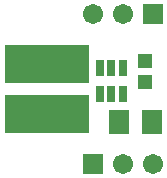
<source format=gbr>
G04 DipTrace 3.0.0.2*
G04 TopMask.gbr*
%MOIN*%
G04 #@! TF.FileFunction,Soldermask,Top*
G04 #@! TF.Part,Single*
%ADD33R,0.283622X0.126142*%
%ADD35R,0.071024X0.078898*%
%ADD37R,0.025748X0.056063*%
%ADD39C,0.067087*%
%ADD41R,0.067087X0.067087*%
%ADD43R,0.047402X0.051339*%
%FSLAX26Y26*%
G04*
G70*
G90*
G75*
G01*
G04 TopMask*
%LPD*%
D43*
X884469Y785846D3*
Y718917D3*
D41*
X711339Y445197D3*
D39*
X811339D3*
X911339D3*
D41*
Y945197D3*
D39*
X811339D3*
X711339D3*
D37*
X734173Y676004D3*
X771969D3*
X809764D3*
Y765571D3*
X771969D3*
X734173D3*
D35*
X905827Y582992D3*
X795591D3*
D33*
X555433Y610551D3*
Y775906D3*
M02*

</source>
